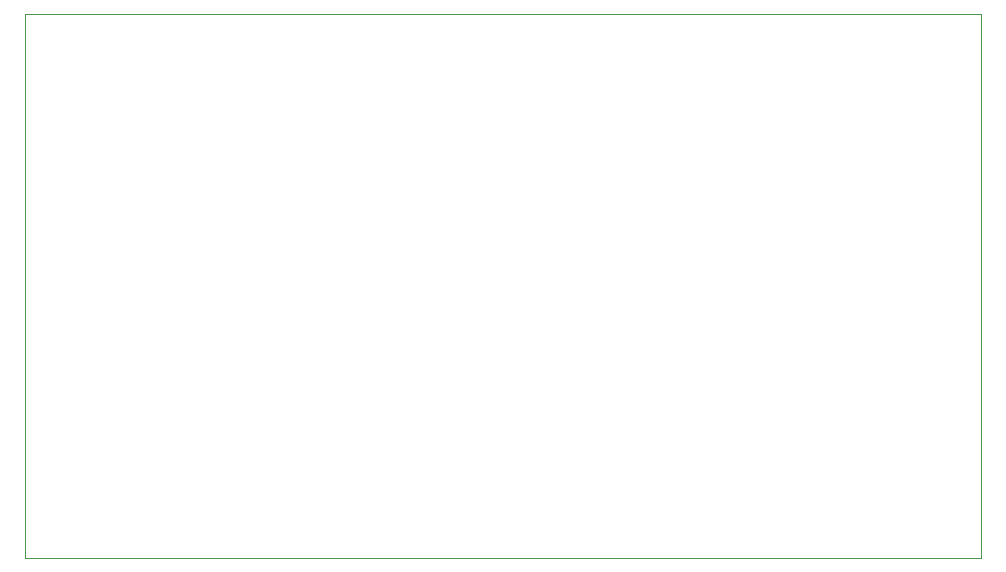
<source format=gm1>
G04 #@! TF.GenerationSoftware,KiCad,Pcbnew,6.0.11-2627ca5db0~126~ubuntu22.04.1*
G04 #@! TF.CreationDate,2023-04-26T19:26:48+03:00*
G04 #@! TF.ProjectId,layzspa-wifi-remote,6c61797a-7370-4612-9d77-6966692d7265,rev?*
G04 #@! TF.SameCoordinates,Original*
G04 #@! TF.FileFunction,Profile,NP*
%FSLAX46Y46*%
G04 Gerber Fmt 4.6, Leading zero omitted, Abs format (unit mm)*
G04 Created by KiCad (PCBNEW 6.0.11-2627ca5db0~126~ubuntu22.04.1) date 2023-04-26 19:26:48*
%MOMM*%
%LPD*%
G01*
G04 APERTURE LIST*
G04 #@! TA.AperFunction,Profile*
%ADD10C,0.100000*%
G04 #@! TD*
G04 APERTURE END LIST*
D10*
X35700000Y-27800000D02*
X116700000Y-27800000D01*
X116700000Y-27800000D02*
X116700000Y-73800000D01*
X116700000Y-73800000D02*
X35700000Y-73800000D01*
X35700000Y-73800000D02*
X35700000Y-27800000D01*
M02*

</source>
